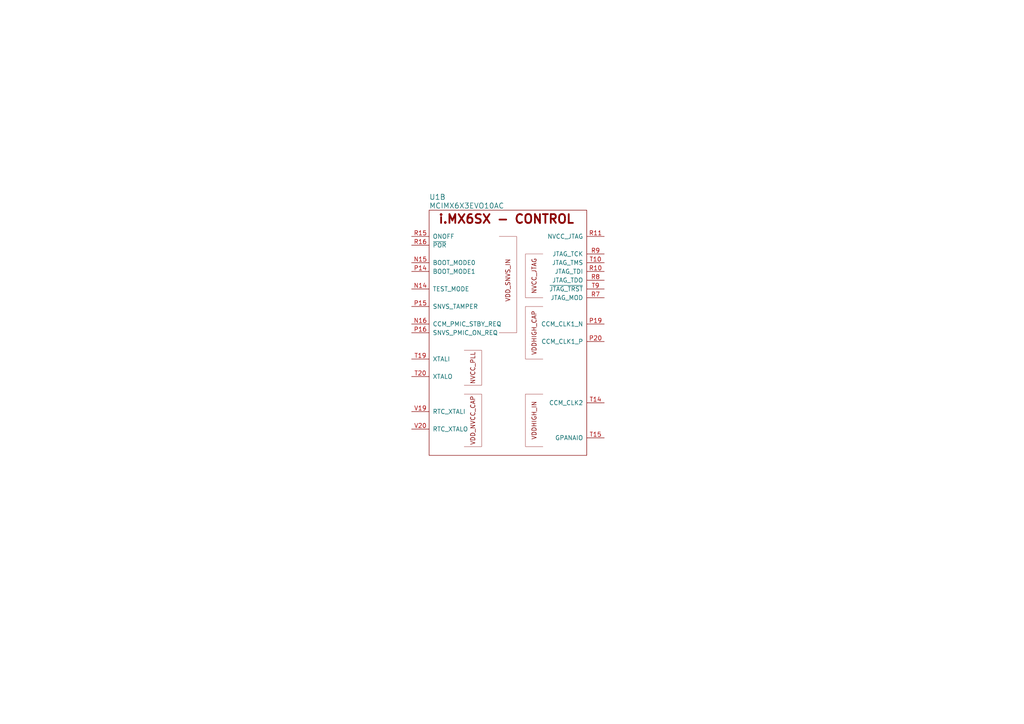
<source format=kicad_sch>
(kicad_sch (version 20210126) (generator eeschema)
  (paper "A4")
  (lib_symbols
    (symbol "symbol:iMX6SoloX_17x17_NP_BGA400" (pin_names (offset 1.016))
      (property "Reference" "U" (at 5.08 6.35 0))
      (property "Value" "iMX6SoloX_17x17_NP_BGA400" (at 5.08 3.81 0))
      (symbol "iMX6SoloX_17x17_NP_BGA400_1_0"
        (text "i.MX6SX - POWER" (at 7.62 0 0) (effects (font (size 2.54 2.54) bold) (justify left)))
        (text "LDO_1P1" (at 35.56 -78.74 0) (effects (font (size 1.27 1.27))))
        (text "LDO_2P5" (at 35.56 -71.12 0) (effects (font (size 1.27 1.27))))
        (text "LDO_ARM" (at 33.02 -10.16 0) (effects (font (size 1.27 1.27))))
        (text "LDO_PCIE" (at 35.56 -63.5 0) (effects (font (size 1.27 1.27))))
        (text "LDO_SNSV" (at 35.56 -86.36 0) (effects (font (size 1.27 1.27))))
        (text "LDO_SOC" (at 33.02 -35.56 0) (effects (font (size 1.27 1.27))))
        (rectangle (start 27.94 -33.02) (end 38.1 -38.1) (stroke (width 0.0006)))
        (rectangle (start 27.94 -7.62) (end 38.1 -12.7) (stroke (width 0.0006)))
        (rectangle (start 30.48 -83.82) (end 40.64 -88.9) (stroke (width 0.0006)))
        (rectangle (start 30.48 -76.2) (end 40.64 -81.28) (stroke (width 0.0006)))
        (rectangle (start 30.48 -68.58) (end 40.64 -73.66) (stroke (width 0.0006)))
        (rectangle (start 30.48 -60.96) (end 40.64 -66.04) (stroke (width 0.0006)))
        (polyline (pts (xy 20.32 -86.36) (xy 30.48 -86.36)) (stroke (width 0.0006)))
        (polyline (pts (xy 20.32 -71.12) (xy 30.48 -71.12)) (stroke (width 0.0006)))
        (polyline (pts (xy 20.32 -35.56) (xy 27.94 -35.56)) (stroke (width 0.0006)))
        (polyline (pts (xy 20.32 -10.16) (xy 27.94 -10.16)) (stroke (width 0.0006)))
        (polyline (pts (xy 22.86 -78.74) (xy 22.86 -71.12)) (stroke (width 0.0006)))
        (polyline (pts (xy 22.86 -78.74) (xy 30.48 -78.74)) (stroke (width 0.0006)))
        (polyline (pts (xy 22.86 -63.5) (xy 22.86 -35.56)) (stroke (width 0.0006)))
        (polyline (pts (xy 22.86 -63.5) (xy 30.48 -63.5)) (stroke (width 0.0006)))
        (polyline (pts (xy 38.1 -35.56) (xy 45.72 -35.56)) (stroke (width 0.0006)))
        (polyline (pts (xy 38.1 -10.16) (xy 45.72 -10.16)) (stroke (width 0.0006)))
        (polyline (pts (xy 40.64 -86.36) (xy 48.26 -86.36)) (stroke (width 0.0006)))
        (polyline (pts (xy 40.64 -78.74) (xy 48.26 -78.74)) (stroke (width 0.0006)))
        (polyline (pts (xy 40.64 -71.12) (xy 45.72 -71.12)) (stroke (width 0.0006)))
        (polyline (pts (xy 40.64 -63.5) (xy 48.26 -63.5)) (stroke (width 0.0006)))
        (polyline (pts (xy 17.78 -66.04) (xy 20.32 -66.04) (xy 20.32 -76.2) (xy 17.78 -76.2)) (stroke (width 0.0006)))
        (polyline (pts (xy 17.78 -27.94) (xy 20.32 -27.94) (xy 20.32 -48.26) (xy 17.78 -48.26)) (stroke (width 0.0006)))
        (polyline (pts (xy 17.78 -5.08) (xy 20.32 -5.08) (xy 20.32 -17.78) (xy 17.78 -17.78)) (stroke (width 0.0006)))
        (polyline (pts (xy 48.26 -68.58) (xy 45.72 -68.58) (xy 45.72 -73.66) (xy 48.26 -73.66)) (stroke (width 0.0006)))
        (polyline (pts (xy 48.26 -27.94) (xy 45.72 -27.94) (xy 45.72 -58.42) (xy 48.26 -58.42)) (stroke (width 0.0006)))
        (polyline (pts (xy 48.26 -2.54) (xy 45.72 -2.54) (xy 45.72 -22.86) (xy 48.26 -22.86)) (stroke (width 0.0006)))
        (polyline (pts (xy 25.4 -34.29) (xy 27.94 -35.56) (xy 25.4 -36.83) (xy 25.4 -34.29)) (stroke (width 0.0006)) (fill (type outline)))
        (polyline (pts (xy 25.4 -8.89) (xy 27.94 -10.16) (xy 25.4 -11.43) (xy 25.4 -8.89)) (stroke (width 0.0006)) (fill (type outline)))
        (polyline (pts (xy 27.94 -85.09) (xy 30.48 -86.36) (xy 27.94 -87.63) (xy 27.94 -85.09)) (stroke (width 0.0006)) (fill (type outline)))
        (polyline (pts (xy 27.94 -77.47) (xy 30.48 -78.74) (xy 27.94 -80.01) (xy 27.94 -77.47)) (stroke (width 0.0006)) (fill (type outline)))
        (polyline (pts (xy 27.94 -69.85) (xy 30.48 -71.12) (xy 27.94 -72.39) (xy 27.94 -69.85)) (stroke (width 0.0006)) (fill (type outline)))
        (polyline (pts (xy 27.94 -62.23) (xy 30.48 -63.5) (xy 27.94 -64.77) (xy 27.94 -62.23)) (stroke (width 0.0006)) (fill (type outline)))
        (polyline (pts (xy 45.72 -71.12) (xy 43.18 -69.85) (xy 43.18 -72.39) (xy 45.72 -71.12)) (stroke (width 0.0006)) (fill (type outline)))
        (polyline (pts (xy 45.72 -35.56) (xy 43.18 -34.29) (xy 43.18 -36.83) (xy 45.72 -35.56)) (stroke (width 0.0006)) (fill (type outline)))
        (polyline (pts (xy 45.72 -10.16) (xy 43.18 -8.89) (xy 43.18 -11.43) (xy 45.72 -10.16)) (stroke (width 0.0006)) (fill (type outline)))
        (polyline (pts (xy 48.26 -86.36) (xy 45.72 -85.09) (xy 45.72 -87.63) (xy 48.26 -86.36)) (stroke (width 0.0006)) (fill (type outline)))
        (polyline (pts (xy 48.26 -63.5) (xy 45.72 -62.23) (xy 45.72 -64.77) (xy 48.26 -63.5)) (stroke (width 0.0006)) (fill (type outline)))
        (polyline (pts (xy 50.8 -78.74) (xy 48.26 -77.47) (xy 48.26 -80.01) (xy 50.8 -78.74)) (stroke (width 0.0006)) (fill (type outline)))
      )
      (symbol "iMX6SoloX_17x17_NP_BGA400_1_1"
        (rectangle (start 5.08 2.54) (end 63.5 -182.88))
        (pin passive line (at 0 -93.98 0) (length 5.08) (name "GND") (number "A1"))
        (pin passive line (at 0 -96.52 0) (length 5.08) (name "GND") (number "A20"))
        (pin passive line (at 68.58 -2.54 180) (length 5.08) (name "VDD_ARM_CAP") (number "C16"))
        (pin passive line (at 0 -104.14 0) (length 5.08) (name "GND") (number "C18"))
        (pin passive line (at 0 -99.06 0) (length 5.08) (name "GND") (number "C3"))
        (pin passive line (at 0 -101.6 0) (length 5.08) (name "GND") (number "C4"))
        (pin passive line (at 0 -27.94 0) (length 5.08) (name "VDD_SOC_IN") (number "C7"))
        (pin passive line (at 0 -30.48 0) (length 5.08) (name "VDD_SOC_IN") (number "C8"))
        (pin passive line (at 0 -111.76 0) (length 5.08) (name "GND") (number "D12"))
        (pin passive line (at 0 -114.3 0) (length 5.08) (name "GND") (number "D15"))
        (pin passive line (at 68.58 -5.08 180) (length 5.08) (name "VDD_ARM_CAP") (number "D16"))
        (pin passive line (at 0 -106.68 0) (length 5.08) (name "GND") (number "D6"))
        (pin passive line (at 0 -109.22 0) (length 5.08) (name "GND") (number "D9"))
        (pin passive line (at 0 -116.84 0) (length 5.08) (name "GND") (number "E3"))
        (pin passive line (at 0 -124.46 0) (length 5.08) (name "GND") (number "F17"))
        (pin passive line (at 0 -119.38 0) (length 5.08) (name "GND") (number "F3"))
        (pin passive line (at 0 -121.92 0) (length 5.08) (name "GND") (number "F5"))
        (pin passive line (at 0 -134.62 0) (length 5.08) (name "GND") (number "G10"))
        (pin passive line (at 0 -137.16 0) (length 5.08) (name "GND") (number "G11"))
        (pin passive line (at 0 -139.7 0) (length 5.08) (name "GND") (number "G12"))
        (pin passive line (at 0 -142.24 0) (length 5.08) (name "GND") (number "G13"))
        (pin passive line (at 0 -144.78 0) (length 5.08) (name "GND") (number "G14"))
        (pin passive line (at 0 -127 0) (length 5.08) (name "GND") (number "G7"))
        (pin passive line (at 0 -129.54 0) (length 5.08) (name "GND") (number "G8"))
        (pin passive line (at 0 -132.08 0) (length 5.08) (name "GND") (number "G9"))
        (pin passive line (at 68.58 -7.62 180) (length 5.08) (name "VDD_ARM_CAP") (number "H10"))
        (pin passive line (at 68.58 -10.16 180) (length 5.08) (name "VDD_ARM_CAP") (number "H11"))
        (pin passive line (at 68.58 -12.7 180) (length 5.08) (name "VDD_ARM_CAP") (number "H12"))
        (pin passive line (at 68.58 -15.24 180) (length 5.08) (name "VDD_ARM_CAP") (number "H13"))
        (pin passive line (at 0 -152.4 0) (length 5.08) (name "GND") (number "H14"))
        (pin passive line (at 0 -5.08 0) (length 5.08) (name "VDD_ARM_IN") (number "H18"))
        (pin passive line (at 0 -147.32 0) (length 5.08) (name "GND") (number "H3"))
        (pin passive line (at 0 -149.86 0) (length 5.08) (name "GND") (number "H7"))
        (pin passive line (at 68.58 -27.94 180) (length 5.08) (name "VDD_SOC_CAP") (number "H8"))
        (pin passive line (at 68.58 -30.48 180) (length 5.08) (name "VDD_SOC_CAP") (number "H9"))
        (pin passive line (at 0 -7.62 0) (length 5.08) (name "VDD_ARM_IN") (number "J10"))
        (pin passive line (at 0 -10.16 0) (length 5.08) (name "VDD_ARM_IN") (number "J11"))
        (pin passive line (at 0 -12.7 0) (length 5.08) (name "VDD_ARM_IN") (number "J12"))
        (pin passive line (at 68.58 -17.78 180) (length 5.08) (name "VDD_ARM_CAP") (number "J13"))
        (pin passive line (at 0 -157.48 0) (length 5.08) (name "GND") (number "J14"))
        (pin passive line (at 0 -160.02 0) (length 5.08) (name "GND") (number "J17"))
        (pin passive line (at 0 -154.94 0) (length 5.08) (name "GND") (number "J7"))
        (pin passive line (at 68.58 -33.02 180) (length 5.08) (name "VDD_SOC_CAP") (number "J8"))
        (pin passive line (at 0 -33.02 0) (length 5.08) (name "VDD_SOC_IN") (number "J9"))
        (pin passive line (at 0 -165.1 0) (length 5.08) (name "GND") (number "K10"))
        (pin passive line (at 0 -167.64 0) (length 5.08) (name "GND") (number "K11"))
        (pin passive line (at 0 -15.24 0) (length 5.08) (name "VDD_ARM_IN") (number "K12"))
        (pin passive line (at 68.58 -20.32 180) (length 5.08) (name "VDD_ARM_CAP") (number "K13"))
        (pin passive line (at 0 -170.18 0) (length 5.08) (name "GND") (number "K14"))
        (pin passive line (at 0 -162.56 0) (length 5.08) (name "GND") (number "K3"))
        (pin passive line (at 68.58 -35.56 180) (length 5.08) (name "VDD_SOC_CAP") (number "K8"))
        (pin passive line (at 0 -35.56 0) (length 5.08) (name "VDD_SOC_IN") (number "K9"))
        (pin passive line (at 0 -177.8 0) (length 5.08) (name "GND") (number "L10"))
        (pin passive line (at 68.58 -93.98 180) (length 5.08) (name "GND") (number "L11"))
        (pin passive line (at 0 -17.78 0) (length 5.08) (name "VDD_ARM_IN") (number "L12"))
        (pin passive line (at 68.58 -22.86 180) (length 5.08) (name "VDD_ARM_CAP") (number "L13"))
        (pin passive line (at 68.58 -96.52 180) (length 5.08) (name "GND") (number "L14"))
        (pin passive line (at 68.58 -63.5 180) (length 5.08) (name "PCIE_VP_CAP") (number "L18"))
        (pin passive line (at 0 -172.72 0) (length 5.08) (name "GND") (number "L3"))
        (pin passive line (at 0 -175.26 0) (length 5.08) (name "GND") (number "L7"))
        (pin passive line (at 68.58 -38.1 180) (length 5.08) (name "VDD_SOC_CAP") (number "L8"))
        (pin passive line (at 0 -38.1 0) (length 5.08) (name "VDD_SOC_IN") (number "L9"))
        (pin passive line (at 0 -43.18 0) (length 5.08) (name "VDD_SOC_IN") (number "M10"))
        (pin passive line (at 0 -45.72 0) (length 5.08) (name "VDD_SOC_IN") (number "M11"))
        (pin passive line (at 0 -48.26 0) (length 5.08) (name "VDD_SOC_IN") (number "M12"))
        (pin passive line (at 68.58 -43.18 180) (length 5.08) (name "VDD_SOC_CAP") (number "M13"))
        (pin passive line (at 68.58 -101.6 180) (length 5.08) (name "GND") (number "M14"))
        (pin passive line (at 68.58 -104.14 180) (length 5.08) (name "GND") (number "M17"))
        (pin passive line (at 68.58 -99.06 180) (length 5.08) (name "GND") (number "M7"))
        (pin passive line (at 68.58 -40.64 180) (length 5.08) (name "VDD_SOC_CAP") (number "M8"))
        (pin passive line (at 0 -40.64 0) (length 5.08) (name "VDD_SOC_IN") (number "M9"))
        (pin passive line (at 68.58 -50.8 180) (length 5.08) (name "VDD_SOC_CAP") (number "N10"))
        (pin passive line (at 68.58 -53.34 180) (length 5.08) (name "VDD_SOC_CAP") (number "N11"))
        (pin passive line (at 68.58 -55.88 180) (length 5.08) (name "VDD_SOC_CAP") (number "N12"))
        (pin passive line (at 68.58 -111.76 180) (length 5.08) (name "GND") (number "N13"))
        (pin passive line (at 68.58 -68.58 180) (length 5.08) (name "VDD_HIGH_CAP") (number "N17"))
        (pin passive line (at 68.58 -73.66 180) (length 5.08) (name "VDD_HIGH_CAP") (number "N18"))
        (pin passive line (at 68.58 -106.68 180) (length 5.08) (name "GND") (number "N3"))
        (pin passive line (at 68.58 -109.22 180) (length 5.08) (name "GND") (number "N7"))
        (pin passive line (at 68.58 -45.72 180) (length 5.08) (name "VDD_SOC_CAP") (number "N8"))
        (pin passive line (at 68.58 -48.26 180) (length 5.08) (name "VDD_SOC_CAP") (number "N9"))
        (pin passive line (at 68.58 -121.92 180) (length 5.08) (name "GND") (number "P10"))
        (pin passive line (at 68.58 -124.46 180) (length 5.08) (name "GND") (number "P11"))
        (pin passive line (at 68.58 -127 180) (length 5.08) (name "GND") (number "P12"))
        (pin passive line (at 68.58 -177.8 180) (length 5.08) (name "NGND_KEL0") (number "P13"))
        (pin passive line (at 0 -68.58 0) (length 5.08) (name "VDD_HIGH_IN") (number "P17"))
        (pin passive line (at 0 -73.66 0) (length 5.08) (name "VDD_HIGH_IN") (number "P18"))
        (pin passive line (at 68.58 -114.3 180) (length 5.08) (name "GND") (number "P7"))
        (pin passive line (at 68.58 -116.84 180) (length 5.08) (name "GND") (number "P8"))
        (pin passive line (at 68.58 -119.38 180) (length 5.08) (name "GND") (number "P9"))
        (pin passive line (at 68.58 -134.62 180) (length 5.08) (name "GND") (number "R17"))
        (pin passive line (at 0 -86.36 0) (length 5.08) (name "VDD_SNVS_IN") (number "R18"))
        (pin passive line (at 68.58 -137.16 180) (length 5.08) (name "GND") (number "R19"))
        (pin passive line (at 68.58 -139.7 180) (length 5.08) (name "GND") (number "R20"))
        (pin passive line (at 68.58 -129.54 180) (length 5.08) (name "GND") (number "R3"))
        (pin passive line (at 68.58 -132.08 180) (length 5.08) (name "GND") (number "R5"))
        (pin passive line (at 68.58 -86.36 180) (length 5.08) (name "VDD_SNVS_CAP") (number "T18"))
        (pin passive line (at 68.58 -142.24 180) (length 5.08) (name "GND") (number "T3"))
        (pin passive line (at 68.58 -149.86 180) (length 5.08) (name "GND") (number "U12"))
        (pin passive line (at 68.58 -152.4 180) (length 5.08) (name "GND") (number "U15"))
        (pin passive line (at 68.58 -78.74 180) (length 5.08) (name "NVCC_PLL") (number "U18"))
        (pin passive line (at 68.58 -154.94 180) (length 5.08) (name "GND") (number "U19"))
        (pin passive line (at 68.58 -157.48 180) (length 5.08) (name "GND") (number "U20"))
        (pin passive line (at 68.58 -144.78 180) (length 5.08) (name "GND") (number "U6"))
        (pin passive line (at 68.58 -147.32 180) (length 5.08) (name "GND") (number "U9"))
        (pin passive line (at 68.58 -165.1 180) (length 5.08) (name "GND") (number "V18"))
        (pin passive line (at 68.58 -160.02 180) (length 5.08) (name "GND") (number "V3"))
        (pin passive line (at 68.58 -162.56 180) (length 5.08) (name "GND") (number "V4"))
        (pin passive line (at 68.58 -58.42 180) (length 5.08) (name "VDD_SOC_CAP") (number "V8"))
        (pin passive line (at 68.58 -167.64 180) (length 5.08) (name "GND") (number "W18"))
        (pin passive line (at 68.58 -170.18 180) (length 5.08) (name "GND") (number "Y1"))
        (pin passive line (at 68.58 -172.72 180) (length 5.08) (name "GND") (number "Y18"))
        (pin passive line (at 68.58 -175.26 180) (length 5.08) (name "GND") (number "Y20"))
      )
      (symbol "iMX6SoloX_17x17_NP_BGA400_2_0"
        (text "i.MX6SX - CONTROL" (at 7.62 0 0) (effects (font (size 2.54 2.54) bold) (justify left)))
        (polyline (pts (xy 15.24 -50.8) (xy 20.32 -50.8) (xy 20.32 -66.04) (xy 15.24 -66.04)) (stroke (width 0.0006)))
        (polyline (pts (xy 15.24 -38.1) (xy 20.32 -38.1) (xy 20.32 -48.26) (xy 15.24 -48.26)) (stroke (width 0.0006)))
        (polyline (pts (xy 25.4 -5.08) (xy 30.48 -5.08) (xy 30.48 -33.02) (xy 25.4 -33.02)) (stroke (width 0.0006)))
        (polyline (pts (xy 38.1 -50.8) (xy 33.02 -50.8) (xy 33.02 -66.04) (xy 38.1 -66.04)) (stroke (width 0.0006)))
        (polyline (pts (xy 38.1 -25.4) (xy 33.02 -25.4) (xy 33.02 -40.64) (xy 38.1 -40.64)) (stroke (width 0.0006)))
        (polyline (pts (xy 38.1 -10.16) (xy 33.02 -10.16) (xy 33.02 -22.86) (xy 38.1 -22.86)) (stroke (width 0.0006)))
      )
      (symbol "iMX6SoloX_17x17_NP_BGA400_2_1"
        (text "NVCC_JTAG" (at 35.56 -16.51 900) (effects (font (size 1.27 1.27))))
        (text "NVCC_PLL" (at 17.78 -43.18 900) (effects (font (size 1.27 1.27))))
        (text "VDD_NVCC_CAP" (at 17.78 -58.42 900) (effects (font (size 1.27 1.27))))
        (text "VDD_SNVS_IN" (at 27.94 -17.78 900) (effects (font (size 1.27 1.27))))
        (text "VDDHIGH_CAP" (at 35.56 -33.02 900) (effects (font (size 1.27 1.27))))
        (text "VDDHIGH_IN" (at 35.56 -58.42 900) (effects (font (size 1.27 1.27))))
        (rectangle (start 5.08 2.54) (end 50.8 -68.58))
        (pin passive line (at 0 -20.32 0) (length 5.08) (name "TEST_MODE") (number "N14"))
        (pin passive line (at 0 -12.7 0) (length 5.08) (name "BOOT_MODE0") (number "N15"))
        (pin passive line (at 0 -30.48 0) (length 5.08) (name "CCM_PMIC_STBY_REQ") (number "N16"))
        (pin passive line (at 0 -15.24 0) (length 5.08) (name "BOOT_MODE1") (number "P14"))
        (pin passive line (at 0 -25.4 0) (length 5.08) (name "SNVS_TAMPER") (number "P15"))
        (pin passive line (at 0 -33.02 0) (length 5.08) (name "SNVS_PMIC_ON_REQ") (number "P16"))
        (pin passive line (at 55.88 -30.48 180) (length 5.08) (name "CCM_CLK1_N") (number "P19"))
        (pin passive line (at 55.88 -35.56 180) (length 5.08) (name "CCM_CLK1_P") (number "P20"))
        (pin passive line (at 55.88 -15.24 180) (length 5.08) (name "JTAG_TDI") (number "R10"))
        (pin passive line (at 55.88 -5.08 180) (length 5.08) (name "NVCC_JTAG") (number "R11"))
        (pin passive line (at 0 -5.08 0) (length 5.08) (name "ONOFF") (number "R15"))
        (pin passive line (at 0 -7.62 0) (length 5.08) (name "~POR") (number "R16"))
        (pin passive line (at 55.88 -22.86 180) (length 5.08) (name "JTAG_MOD") (number "R7"))
        (pin passive line (at 55.88 -17.78 180) (length 5.08) (name "JTAG_TDO") (number "R8"))
        (pin passive line (at 55.88 -10.16 180) (length 5.08) (name "JTAG_TCK") (number "R9"))
        (pin passive line (at 55.88 -12.7 180) (length 5.08) (name "JTAG_TMS") (number "T10"))
        (pin passive line (at 55.88 -53.34 180) (length 5.08) (name "CCM_CLK2") (number "T14"))
        (pin passive line (at 55.88 -63.5 180) (length 5.08) (name "GPANAIO") (number "T15"))
        (pin passive line (at 0 -40.64 0) (length 5.08) (name "XTALI") (number "T19"))
        (pin passive line (at 0 -45.72 0) (length 5.08) (name "XTALO") (number "T20"))
        (pin passive line (at 55.88 -20.32 180) (length 5.08) (name "~JTAG_TRST") (number "T9"))
        (pin passive line (at 0 -55.88 0) (length 5.08) (name "RTC_XTALI") (number "V19"))
        (pin passive line (at 0 -60.96 0) (length 5.08) (name "RTC_XTALO") (number "V20"))
      )
      (symbol "iMX6SoloX_17x17_NP_BGA400_3_0"
        (text "i.MX6SX - DDR" (at 7.62 0 0) (effects (font (size 2.54 2.54) bold) (justify left)))
      )
      (symbol "iMX6SoloX_17x17_NP_BGA400_3_1"
        (rectangle (start 5.08 2.54) (end 40.64 -149.86))
        (pin passive line (at 0 -96.52 0) (length 5.08) (name "DRAM_DATA24") (number "A2"))
        (pin passive line (at 0 -121.92 0) (length 5.08) (name "DRAM_DQM3") (number "A3"))
        (pin passive line (at 0 -114.3 0) (length 5.08) (name "DRAM_DATA31") (number "A4"))
        (pin passive line (at 0 -116.84 0) (length 5.08) (name "DRAM_SDQS3_P") (number "B1"))
        (pin passive line (at 0 -119.38 0) (length 5.08) (name "DRAM_SDQS3_N") (number "B2"))
        (pin passive line (at 0 -109.22 0) (length 5.08) (name "DRAM_DATA29") (number "B3"))
        (pin passive line (at 0 -111.76 0) (length 5.08) (name "DRAM_DATA30") (number "B4"))
        (pin passive line (at 0 -101.6 0) (length 5.08) (name "DRAM_DATA26") (number "C1"))
        (pin passive line (at 0 -106.68 0) (length 5.08) (name "DRAM_DATA28") (number "C2"))
        (pin passive line (at 45.72 -144.78 180) (length 5.08) (name "DRAM_ZQPAD") (number "C5"))
        (pin passive line (at 0 -99.06 0) (length 5.08) (name "DRAM_DATA25") (number "D1"))
        (pin passive line (at 0 -104.14 0) (length 5.08) (name "DRAM_DATA27") (number "D2"))
        (pin passive line (at 45.72 -66.04 180) (length 5.08) (name "~DRAM_CS1") (number "D3"))
        (pin passive line (at 45.72 -106.68 180) (length 5.08) (name "DRAM_RESET") (number "D4"))
        (pin passive line (at 0 -53.34 0) (length 5.08) (name "DRAM_DATA15") (number "E1"))
        (pin passive line (at 0 -50.8 0) (length 5.08) (name "DRAM_DATA14") (number "E2"))
        (pin passive line (at 45.72 -88.9 180) (length 5.08) (name "DRAM_SDCKE1") (number "E4"))
        (pin passive line (at 0 -48.26 0) (length 5.08) (name "DRAM_DATA13") (number "F1"))
        (pin passive line (at 0 -38.1 0) (length 5.08) (name "DRAM_DATA09") (number "F2"))
        (pin passive line (at 45.72 -22.86 180) (length 5.08) (name "DRAM_ADDR07") (number "F4"))
        (pin passive line (at 0 -55.88 0) (length 5.08) (name "DRAM_SDQS1_P") (number "G1"))
        (pin passive line (at 0 -60.96 0) (length 5.08) (name "DRAM_DQM1") (number "G2"))
        (pin passive line (at 45.72 -48.26 180) (length 5.08) (name "DRAM_SDBA0") (number "G3"))
        (pin passive line (at 45.72 -17.78 180) (length 5.08) (name "DRAM_ADDR05") (number "G4"))
        (pin passive line (at 45.72 -12.7 180) (length 5.08) (name "DRAM_ADDR03") (number "G5"))
        (pin passive line (at 0 -127 0) (length 5.08) (name "NVCC_DRAM") (number "G6"))
        (pin passive line (at 0 -35.56 0) (length 5.08) (name "DRAM_DATA08") (number "H1"))
        (pin passive line (at 0 -58.42 0) (length 5.08) (name "DRAM_SDQS1_N") (number "H2"))
        (pin passive line (at 45.72 -63.5 180) (length 5.08) (name "~DRAM_CS0") (number "H4"))
        (pin passive line (at 45.72 -73.66 180) (length 5.08) (name "~DRAM_RAS") (number "H5"))
        (pin passive line (at 0 -129.54 0) (length 5.08) (name "NVCC_DRAM") (number "H6"))
        (pin passive line (at 0 -45.72 0) (length 5.08) (name "DRAM_DATA12") (number "J1"))
        (pin passive line (at 0 -43.18 0) (length 5.08) (name "DRAM_DATA11") (number "J2"))
        (pin passive line (at 45.72 -137.16 180) (length 5.08) (name "DRAM_VREF") (number "J3"))
        (pin passive line (at 45.72 -76.2 180) (length 5.08) (name "~DRAM_CAS") (number "J4"))
        (pin passive line (at 45.72 -78.74 180) (length 5.08) (name "~DRAM_SDWE") (number "J5"))
        (pin passive line (at 0 -132.08 0) (length 5.08) (name "NVCC_DRAM") (number "J6"))
        (pin passive line (at 45.72 -116.84 180) (length 5.08) (name "DRAM_SDCLK0_P") (number "K1"))
        (pin passive line (at 0 -40.64 0) (length 5.08) (name "DRAM_DATA10") (number "K2"))
        (pin passive line (at 45.72 -53.34 180) (length 5.08) (name "DRAM_SDBA2") (number "K4"))
        (pin passive line (at 45.72 -10.16 180) (length 5.08) (name "DRAM_ADDR02") (number "K5"))
        (pin passive line (at 0 -134.62 0) (length 5.08) (name "NVCC_DRAM") (number "K6"))
        (pin passive line (at 45.72 -127 180) (length 5.08) (name "NVCC_DRAM_2P5") (number "K7"))
        (pin passive line (at 45.72 -119.38 180) (length 5.08) (name "DRAM_SDCLK0_N") (number "L1"))
        (pin passive line (at 0 -20.32 0) (length 5.08) (name "DRAM_DATA06") (number "L2"))
        (pin passive line (at 45.72 -5.08 180) (length 5.08) (name "DRAM_ADDR00") (number "L4"))
        (pin passive line (at 45.72 -27.94 180) (length 5.08) (name "DRAM_ADDR09") (number "L5"))
        (pin passive line (at 0 -137.16 0) (length 5.08) (name "NVCC_DRAM") (number "L6"))
        (pin passive line (at 0 -15.24 0) (length 5.08) (name "DRAM_DATA04") (number "M1"))
        (pin passive line (at 0 -17.78 0) (length 5.08) (name "DRAM_DATA05") (number "M2"))
        (pin passive line (at 45.72 -15.24 180) (length 5.08) (name "DRAM_ADDR04") (number "M3"))
        (pin passive line (at 45.72 -38.1 180) (length 5.08) (name "DRAM_ADDR13") (number "M4"))
        (pin passive line (at 45.72 -25.4 180) (length 5.08) (name "DRAM_ADDR08") (number "M5"))
        (pin passive line (at 0 -139.7 0) (length 5.08) (name "NVCC_DRAM") (number "M6"))
        (pin passive line (at 0 -22.86 0) (length 5.08) (name "DRAM_DATA07") (number "N1"))
        (pin passive line (at 0 -30.48 0) (length 5.08) (name "DRAM_DQM0") (number "N2"))
        (pin passive line (at 45.72 -33.02 180) (length 5.08) (name "DRAM_ADDR11") (number "N4"))
        (pin passive line (at 45.72 -30.48 180) (length 5.08) (name "DRAM_ADDR10") (number "N5"))
        (pin passive line (at 0 -142.24 0) (length 5.08) (name "NVCC_DRAM") (number "N6"))
        (pin passive line (at 0 -25.4 0) (length 5.08) (name "DRAM_SDQS0_P") (number "P1"))
        (pin passive line (at 0 -27.94 0) (length 5.08) (name "DRAM_SDQS0_N") (number "P2"))
        (pin passive line (at 45.72 -50.8 180) (length 5.08) (name "DRAM_SDBA1") (number "P3"))
        (pin passive line (at 45.72 -35.56 180) (length 5.08) (name "DRAM_ADDR12") (number "P4"))
        (pin passive line (at 45.72 -86.36 180) (length 5.08) (name "DRAM_SDCKE0") (number "P5"))
        (pin passive line (at 0 -144.78 0) (length 5.08) (name "NVCC_DRAM") (number "P6"))
        (pin passive line (at 0 -5.08 0) (length 5.08) (name "DRAM_DATA00") (number "R1"))
        (pin passive line (at 0 -12.7 0) (length 5.08) (name "DRAM_DATA03") (number "R2"))
        (pin passive line (at 45.72 -40.64 180) (length 5.08) (name "DRAM_ADDR14") (number "R4"))
        (pin passive line (at 0 -10.16 0) (length 5.08) (name "DRAM_DATA02") (number "T1"))
        (pin passive line (at 0 -7.62 0) (length 5.08) (name "DRAM_DATA01") (number "T2"))
        (pin passive line (at 45.72 -20.32 180) (length 5.08) (name "DRAM_ADDR06") (number "T4"))
        (pin passive line (at 0 -81.28 0) (length 5.08) (name "DRAM_DATA22") (number "U1"))
        (pin passive line (at 0 -73.66 0) (length 5.08) (name "DRAM_DATA19") (number "U2"))
        (pin passive line (at 45.72 -93.98 180) (length 5.08) (name "DRAM_ODT0") (number "U3"))
        (pin passive line (at 45.72 -7.62 180) (length 5.08) (name "DRAM_ADDR01") (number "U4"))
        (pin passive line (at 0 -66.04 0) (length 5.08) (name "DRAM_DATA16") (number "V1"))
        (pin passive line (at 0 -83.82 0) (length 5.08) (name "DRAM_DATA23") (number "V2"))
        (pin passive line (at 0 -88.9 0) (length 5.08) (name "DRAM_SDQS2_N") (number "W1"))
        (pin passive line (at 0 -86.36 0) (length 5.08) (name "DRAM_SDQS2_P") (number "W2"))
        (pin passive line (at 0 -76.2 0) (length 5.08) (name "DRAM_DATA20") (number "W3"))
        (pin passive line (at 0 -68.58 0) (length 5.08) (name "DRAM_DATA17") (number "W4"))
        (pin passive line (at 0 -78.74 0) (length 5.08) (name "DRAM_DATA21") (number "Y2"))
        (pin passive line (at 0 -91.44 0) (length 5.08) (name "DRAM_DQM2") (number "Y3"))
        (pin passive line (at 0 -71.12 0) (length 5.08) (name "DRAM_DATA18") (number "Y4"))
      )
      (symbol "iMX6SoloX_17x17_NP_BGA400_4_0"
        (text "i.MX6SX - LCD1" (at 7.62 0 0) (effects (font (size 2.54 2.54) bold) (justify left)))
        (polyline (pts (xy 25.4 -5.08) (xy 20.32 -5.08) (xy 20.32 -81.28) (xy 25.4 -81.28)) (stroke (width 0.0006)))
      )
      (symbol "iMX6SoloX_17x17_NP_BGA400_4_1"
        (text "NVCC_LCD1" (at 22.86 -40.64 900) (effects (font (size 1.27 1.27))))
        (rectangle (start 5.08 2.54) (end 40.64 -86.36))
        (pin passive line (at 45.72 -81.28 180) (length 5.08) (name "LCD1_DATA23") (number "G16"))
        (pin passive line (at 45.72 -76.2 180) (length 5.08) (name "LCD1_DATA21") (number "G17"))
        (pin passive line (at 0 -5.08 0) (length 5.08) (name "NVCC_LCD1") (number "H15"))
        (pin passive line (at 45.72 -60.96 180) (length 5.08) (name "LCD1_DATA15") (number "H16"))
        (pin passive line (at 45.72 -73.66 180) (length 5.08) (name "LCD1_DATA20") (number "H17"))
        (pin passive line (at 45.72 -78.74 180) (length 5.08) (name "LCD1_DATA22") (number "H19"))
        (pin passive line (at 45.72 -63.5 180) (length 5.08) (name "LCD1_DATA16") (number "H20"))
        (pin passive line (at 45.72 -15.24 180) (length 5.08) (name "LCD1_VSYNC") (number "J15"))
        (pin passive line (at 45.72 -12.7 180) (length 5.08) (name "LCD1_HSYNC") (number "J16"))
        (pin passive line (at 45.72 -17.78 180) (length 5.08) (name "LCD1_RESET") (number "J18"))
        (pin passive line (at 45.72 -10.16 180) (length 5.08) (name "LCD1_ENABLE") (number "J19"))
        (pin passive line (at 45.72 -71.12 180) (length 5.08) (name "LCD1_DATA19") (number "J20"))
        (pin passive line (at 45.72 -55.88 180) (length 5.08) (name "LCD1_DATA13") (number "K15"))
        (pin passive line (at 45.72 -53.34 180) (length 5.08) (name "LCD1_DATA12") (number "K16"))
        (pin passive line (at 45.72 -58.42 180) (length 5.08) (name "LCD1_DATA14") (number "K17"))
        (pin passive line (at 45.72 -43.18 180) (length 5.08) (name "LCD1_DATA08") (number "K18"))
        (pin passive line (at 45.72 -66.04 180) (length 5.08) (name "LCD1_DATA17") (number "K19"))
        (pin passive line (at 45.72 -68.58 180) (length 5.08) (name "LCD1_DATA18") (number "K20"))
        (pin passive line (at 45.72 -50.8 180) (length 5.08) (name "LCD1_DATA11") (number "L15"))
        (pin passive line (at 45.72 -45.72 180) (length 5.08) (name "LCD1_DATA09") (number "L16"))
        (pin passive line (at 45.72 -5.08 180) (length 5.08) (name "LCD1_CLK") (number "L17"))
        (pin passive line (at 45.72 -48.26 180) (length 5.08) (name "LCD1_DATA10") (number "L19"))
        (pin passive line (at 45.72 -40.64 180) (length 5.08) (name "LCD1_DATA07") (number "L20"))
        (pin passive line (at 45.72 -38.1 180) (length 5.08) (name "LCD1_DATA06") (number "M15"))
        (pin passive line (at 45.72 -35.56 180) (length 5.08) (name "LCD1_DATA05") (number "M16"))
        (pin passive line (at 45.72 -25.4 180) (length 5.08) (name "LCD1_DATA01") (number "M18"))
        (pin passive line (at 45.72 -27.94 180) (length 5.08) (name "LCD1_DATA02") (number "M19"))
        (pin passive line (at 45.72 -22.86 180) (length 5.08) (name "LCD1_DATA00") (number "M20"))
        (pin passive line (at 45.72 -30.48 180) (length 5.08) (name "LCD1_DATA03") (number "N19"))
        (pin passive line (at 45.72 -33.02 180) (length 5.08) (name "LCD1_DATA04") (number "N20"))
      )
      (symbol "iMX6SoloX_17x17_NP_BGA400_5_0"
        (text "i.MX6SX - USB" (at 7.62 0 0) (effects (font (size 2.54 2.54) bold) (justify left)))
        (text "LDO_USB" (at 12.7 -15.24 0) (effects (font (size 1.27 1.27))))
        (rectangle (start 7.62 -12.7) (end 17.78 -17.78) (stroke (width 0.0006)))
        (polyline (pts (xy 7.62 -33.02) (xy 38.1 -33.02)) (stroke (width 0.0006)))
        (polyline (pts (xy 12.7 -22.86) (xy 12.7 -17.78)) (stroke (width 0.0006)))
        (polyline (pts (xy 12.7 -7.62) (xy 12.7 -12.7)) (stroke (width 0.0006)))
        (polyline (pts (xy 25.4 -15.24) (xy 17.78 -15.24)) (stroke (width 0.0006)))
        (polyline (pts (xy 11.43 -20.32) (xy 12.7 -17.78) (xy 13.97 -20.32) (xy 11.43 -20.32)) (stroke (width 0.0006)) (fill (type outline)))
        (polyline (pts (xy 11.43 -10.16) (xy 12.7 -12.7) (xy 13.97 -10.16) (xy 11.43 -10.16)) (stroke (width 0.0006)) (fill (type outline)))
        (polyline (pts (xy 22.86 -13.97) (xy 25.4 -15.24) (xy 22.86 -16.51) (xy 22.86 -13.97)) (stroke (width 0.0006)) (fill (type outline)))
      )
      (symbol "iMX6SoloX_17x17_NP_BGA400_5_1"
        (rectangle (start 5.08 2.54) (end 40.64 -43.18))
        (pin passive line (at 0 -5.08 0) (length 5.08) (name "USB_OTG1_VBUS") (number "T17"))
        (pin passive line (at 0 -25.4 0) (length 5.08) (name "USB_OTG2_VBUS") (number "U17"))
        (pin passive line (at 45.72 -15.24 180) (length 5.08) (name "VDD_USB_CAP") (number "V17"))
        (pin passive line (at 0 -35.56 0) (length 5.08) (name "NVCC_USB_H") (number "V5"))
        (pin passive line (at 45.72 -25.4 180) (length 5.08) (name "USB_OTG2_DN") (number "W17"))
        (pin passive line (at 45.72 -5.08 180) (length 5.08) (name "USB_OTG1_DN") (number "W19"))
        (pin passive line (at 45.72 -10.16 180) (length 5.08) (name "~USB_OTG1_CHD") (number "W20"))
        (pin passive line (at 45.72 -38.1 180) (length 5.08) (name "USB_H_STROBE") (number "W5"))
        (pin passive line (at 45.72 -27.94 180) (length 5.08) (name "USB_OTG2_DP") (number "Y17"))
        (pin passive line (at 45.72 -7.62 180) (length 5.08) (name "USB_OTG1_DP") (number "Y19"))
        (pin passive line (at 45.72 -35.56 180) (length 5.08) (name "USB_H_DATA") (number "Y5"))
      )
      (symbol "iMX6SoloX_17x17_NP_BGA400_6_0"
        (text "i.MX6SX - ADC" (at 7.62 0 0) (effects (font (size 2.54 2.54) bold) (justify left)))
        (polyline (pts (xy 27.94 -5.08) (xy 22.86 -5.08) (xy 22.86 -25.4) (xy 27.94 -25.4)) (stroke (width 0.0006)))
      )
      (symbol "iMX6SoloX_17x17_NP_BGA400_6_1"
        (text "VDDA_ADC_3P3" (at 25.4 -15.24 900) (effects (font (size 1.27 1.27))))
        (rectangle (start 5.08 2.54) (end 40.64 -30.48))
        (pin passive line (at 0 -5.08 0) (length 5.08) (name "VDDA_ADC_3P3") (number "R13"))
        (pin passive line (at 0 -25.4 0) (length 5.08) (name "ADC_VREFL") (number "R14"))
        (pin passive line (at 45.72 -22.86 180) (length 5.08) (name "ADC2_IN2") (number "T16"))
        (pin passive line (at 45.72 -25.4 180) (length 5.08) (name "ADC2_IN3") (number "U16"))
        (pin passive line (at 0 -12.7 0) (length 5.08) (name "ADC_VREFH") (number "V16"))
        (pin passive line (at 45.72 -7.62 180) (length 5.08) (name "ADC1_IN1") (number "W14"))
        (pin passive line (at 45.72 -12.7 180) (length 5.08) (name "ADC1_IN3") (number "W15"))
        (pin passive line (at 45.72 -20.32 180) (length 5.08) (name "ADC2_IN1") (number "W16"))
        (pin passive line (at 45.72 -5.08 180) (length 5.08) (name "ADC1_IN0") (number "Y14"))
        (pin passive line (at 45.72 -10.16 180) (length 5.08) (name "ADC1_IN2") (number "Y15"))
        (pin passive line (at 45.72 -17.78 180) (length 5.08) (name "ADC2_IN0") (number "Y16"))
      )
      (symbol "iMX6SoloX_17x17_NP_BGA400_7_0"
        (text "i.MX6SX - RGMII" (at 7.62 0 0) (effects (font (size 2.54 2.54) bold) (justify left)))
        (polyline (pts (xy 27.94 -50.8) (xy 22.86 -50.8) (xy 22.86 -86.36) (xy 27.94 -86.36)) (stroke (width 0.0006)))
        (polyline (pts (xy 27.94 -5.08) (xy 22.86 -5.08) (xy 22.86 -40.64) (xy 27.94 -40.64)) (stroke (width 0.0006)))
      )
      (symbol "iMX6SoloX_17x17_NP_BGA400_7_1"
        (text "NVCC_RGMII1" (at 25.4 -20.32 900) (effects (font (size 1.27 1.27))))
        (text "NVCC_RGMII2" (at 25.4 -68.58 900) (effects (font (size 1.27 1.27))))
        (rectangle (start 5.08 2.54) (end 43.18 -91.44))
        (polyline (pts (xy 7.62 -45.72) (xy 40.64 -45.72)) (stroke (width 0.0006)))
        (pin passive line (at 48.26 -63.5 180) (length 5.08) (name "RGMII2_TXC") (number "A10"))
        (pin passive line (at 48.26 -50.8 180) (length 5.08) (name "RGMII2_TD0") (number "A11"))
        (pin passive line (at 48.26 -55.88 180) (length 5.08) (name "RGMII2_TD2") (number "A12"))
        (pin passive line (at 48.26 -76.2 180) (length 5.08) (name "RGMII2_RD2") (number "A7"))
        (pin passive line (at 48.26 -71.12 180) (length 5.08) (name "RGMII2_RD0") (number "A8"))
        (pin passive line (at 48.26 -83.82 180) (length 5.08) (name "RGMII2_RXC") (number "A9"))
        (pin passive line (at 48.26 -66.04 180) (length 5.08) (name "RGMII2_TX_CTL") (number "B10"))
        (pin passive line (at 48.26 -53.34 180) (length 5.08) (name "RGMII2_TD1") (number "B11"))
        (pin passive line (at 48.26 -58.42 180) (length 5.08) (name "RGMII2_TD3") (number "B12"))
        (pin passive line (at 48.26 -78.74 180) (length 5.08) (name "RGMII2_RD3") (number "B7"))
        (pin passive line (at 48.26 -73.66 180) (length 5.08) (name "RGMII2_RD1") (number "B8"))
        (pin passive line (at 48.26 -86.36 180) (length 5.08) (name "RGMII2_RX_CTL") (number "B9"))
        (pin passive line (at 48.26 -40.64 180) (length 5.08) (name "RGMII1_RX_CTL") (number "C10"))
        (pin passive line (at 48.26 -17.78 180) (length 5.08) (name "RGMII1_TXC") (number "C11"))
        (pin passive line (at 48.26 -7.62 180) (length 5.08) (name "RGMII1_TD1") (number "C12"))
        (pin passive line (at 48.26 -27.94 180) (length 5.08) (name "RGMII1_RD1") (number "C9"))
        (pin passive line (at 48.26 -12.7 180) (length 5.08) (name "RGMII1_TD3") (number "D10"))
        (pin passive line (at 48.26 -5.08 180) (length 5.08) (name "RGMII1_TD0") (number "D11"))
        (pin passive line (at 48.26 -30.48 180) (length 5.08) (name "RGMII1_RD2") (number "D7"))
        (pin passive line (at 48.26 -25.4 180) (length 5.08) (name "RGMII1_RD0") (number "D8"))
        (pin passive line (at 48.26 -20.32 180) (length 5.08) (name "RGMII1_TX_CTL") (number "E10"))
        (pin passive line (at 48.26 -10.16 180) (length 5.08) (name "RGMII1_TD2") (number "E11"))
        (pin passive line (at 48.26 -33.02 180) (length 5.08) (name "RGMII1_RD3") (number "E8"))
        (pin passive line (at 48.26 -38.1 180) (length 5.08) (name "RGMII1_RXC") (number "E9"))
        (pin passive line (at 0 -5.08 0) (length 5.08) (name "NVCC_RGMII1") (number "F8"))
        (pin passive line (at 0 -50.8 0) (length 5.08) (name "NVCC_RGMII2") (number "F9"))
      )
      (symbol "iMX6SoloX_17x17_NP_BGA400_8_0"
        (text "i.MX6SX - SD" (at 7.62 0 0) (effects (font (size 2.54 2.54) bold) (justify left)))
        (polyline (pts (xy 25.4 -66.04) (xy 20.32 -66.04) (xy 20.32 -93.98) (xy 25.4 -93.98)) (stroke (width 0.0006)))
        (polyline (pts (xy 25.4 -30.48) (xy 20.32 -30.48) (xy 20.32 -55.88) (xy 25.4 -55.88)) (stroke (width 0.0006)))
        (polyline (pts (xy 25.4 -5.08) (xy 20.32 -5.08) (xy 20.32 -20.32) (xy 25.4 -20.32)) (stroke (width 0.0006)))
      )
      (symbol "iMX6SoloX_17x17_NP_BGA400_8_1"
        (text "NVCC_HIGH/LOW" (at 22.86 -43.18 900) (effects (font (size 1.27 1.27))))
        (text "NVCC_SD2" (at 22.86 -12.7 900) (effects (font (size 1.27 1.27))))
        (text "NVCC_SD4" (at 22.86 -81.28 900) (effects (font (size 1.27 1.27))))
        (rectangle (start 5.08 2.54) (end 38.1 -99.06))
        (polyline (pts (xy 7.62 -60.96) (xy 35.56 -60.96)) (stroke (width 0.0006)))
        (polyline (pts (xy 7.62 -25.4) (xy 35.56 -25.4)) (stroke (width 0.0006)))
        (pin passive line (at 43.18 -5.08 180) (length 5.08) (name "SD2_CLK") (number "E12"))
        (pin passive line (at 43.18 -12.7 180) (length 5.08) (name "SD2_DATA0") (number "E13"))
        (pin passive line (at 43.18 -15.24 180) (length 5.08) (name "SD2_DATA1") (number "E14"))
        (pin passive line (at 43.18 -17.78 180) (length 5.08) (name "SD2_DATA2") (number "F10"))
        (pin passive line (at 43.18 -20.32 180) (length 5.08) (name "SD2_DATA3") (number "F11"))
        (pin passive line (at 43.18 -7.62 180) (length 5.08) (name "SD2_CMD") (number "F12"))
        (pin passive line (at 0 -5.08 0) (length 5.08) (name "NVCC_SD2") (number "F13"))
        (pin passive line (at 0 -30.48 0) (length 5.08) (name "NVCC_HIGH") (number "R12"))
        (pin passive line (at 43.18 -40.64 180) (length 5.08) (name "SD3_DATA1") (number "T11"))
        (pin passive line (at 43.18 -71.12 180) (length 5.08) (name "~SD4_RESET") (number "T12"))
        (pin passive line (at 43.18 -33.02 180) (length 5.08) (name "SD3_CMD") (number "T13"))
        (pin passive line (at 43.18 -38.1 180) (length 5.08) (name "SD3_DATA0") (number "U10"))
        (pin passive line (at 43.18 -55.88 180) (length 5.08) (name "SD3_DATA7") (number "U11"))
        (pin passive line (at 43.18 -50.8 180) (length 5.08) (name "SD3_DATA5") (number "U13"))
        (pin passive line (at 43.18 -48.26 180) (length 5.08) (name "SD3_DATA4") (number "U14"))
        (pin passive line (at 0 -66.04 0) (length 5.08) (name "NVCC_SD4") (number "V10"))
        (pin passive line (at 43.18 -30.48 180) (length 5.08) (name "SD3_CLK") (number "V11"))
        (pin passive line (at 43.18 -53.34 180) (length 5.08) (name "SD3_DATA6") (number "V12"))
        (pin passive line (at 0 -50.8 0) (length 5.08) (name "NVCC_LOW") (number "V13"))
        (pin passive line (at 43.18 -45.72 180) (length 5.08) (name "SD3_DATA3") (number "V14"))
        (pin passive line (at 43.18 -43.18 180) (length 5.08) (name "SD3_DATA2") (number "V15"))
        (pin passive line (at 43.18 -93.98 180) (length 5.08) (name "SD4_DATA7") (number "W10"))
        (pin passive line (at 43.18 -66.04 180) (length 5.08) (name "SD4_CLK") (number "W11"))
        (pin passive line (at 43.18 -68.58 180) (length 5.08) (name "SD4_CMD") (number "W12"))
        (pin passive line (at 43.18 -83.82 180) (length 5.08) (name "SD4_DATA3") (number "W13"))
        (pin passive line (at 43.18 -78.74 180) (length 5.08) (name "SD4_DATA1") (number "W9"))
        (pin passive line (at 43.18 -91.44 180) (length 5.08) (name "SD4_DATA6") (number "Y10"))
        (pin passive line (at 43.18 -88.9 180) (length 5.08) (name "SD4_DATA5") (number "Y11"))
        (pin passive line (at 43.18 -86.36 180) (length 5.08) (name "SD4_DATA4") (number "Y12"))
        (pin passive line (at 43.18 -81.28 180) (length 5.08) (name "SD4_DATA2") (number "Y13"))
        (pin passive line (at 43.18 -76.2 180) (length 5.08) (name "SD4_DATA0") (number "Y9"))
      )
      (symbol "iMX6SoloX_17x17_NP_BGA400_9_0"
        (text "i.MX6SX - ENET" (at 7.62 0 0) (effects (font (size 2.54 2.54) bold) (justify left)))
        (polyline (pts (xy 25.4 -5.08) (xy 20.32 -5.08) (xy 20.32 -38.1) (xy 25.4 -38.1)) (stroke (width 0.0006)))
      )
      (symbol "iMX6SoloX_17x17_NP_BGA400_9_1"
        (text "NVCC_ENET" (at 22.86 -20.32 900) (effects (font (size 1.27 1.27))))
        (rectangle (start 5.08 2.54) (end 40.64 -43.18))
        (pin passive line (at 45.72 -22.86 180) (length 5.08) (name "ENET1_RX_CLK") (number "A5"))
        (pin passive line (at 45.72 -7.62 180) (length 5.08) (name "ENET1_MDIO") (number "A6"))
        (pin passive line (at 45.72 -12.7 180) (length 5.08) (name "ENET1_COL") (number "B5"))
        (pin passive line (at 45.72 -5.08 180) (length 5.08) (name "ENET1_MDC") (number "B6"))
        (pin passive line (at 45.72 -15.24 180) (length 5.08) (name "ENET1_CRS") (number "C6"))
        (pin passive line (at 45.72 -35.56 180) (length 5.08) (name "ENET2_TX_CLK") (number "D5"))
        (pin passive line (at 45.72 -38.1 180) (length 5.08) (name "ENET2_RX_CLK") (number "E5"))
        (pin passive line (at 45.72 -30.48 180) (length 5.08) (name "ENET2_CRS") (number "E6"))
        (pin passive line (at 45.72 -27.94 180) (length 5.08) (name "ENET2_COL") (number "E7"))
        (pin passive line (at 0 -5.08 0) (length 5.08) (name "NVCC_ENET") (number "F6"))
        (pin passive line (at 45.72 -20.32 180) (length 5.08) (name "ENET1_TX_CLK") (number "F7"))
      )
      (symbol "iMX6SoloX_17x17_NP_BGA400_10_0"
        (text "i.MX6SX - NAND" (at 7.62 0 0) (effects (font (size 2.54 2.54) bold) (justify left)))
        (polyline (pts (xy 25.4 -5.08) (xy 20.32 -5.08) (xy 20.32 -50.8) (xy 25.4 -50.8)) (stroke (width 0.0006)))
      )
      (symbol "iMX6SoloX_17x17_NP_BGA400_10_1"
        (text "NVCC_NAND" (at 22.86 -27.94 900) (effects (font (size 1.27 1.27))))
        (rectangle (start 5.08 2.54) (end 40.64 -53.34))
        (pin passive line (at 0 -5.08 0) (length 5.08) (name "NVCC_NAND") (number "R6"))
        (pin passive line (at 45.72 -43.18 180) (length 5.08) (name "NAND_DATA05") (number "T5"))
        (pin passive line (at 45.72 -48.26 180) (length 5.08) (name "NAND_DATA07") (number "T6"))
        (pin passive line (at 45.72 -20.32 180) (length 5.08) (name "~NAND_WE") (number "T7"))
        (pin passive line (at 45.72 -15.24 180) (length 5.08) (name "NAND_CLE") (number "T8"))
        (pin passive line (at 45.72 -38.1 180) (length 5.08) (name "NAND_DATA03") (number "U5"))
        (pin passive line (at 45.72 -5.08 180) (length 5.08) (name "~NAND_CE0") (number "U7"))
        (pin passive line (at 45.72 -17.78 180) (length 5.08) (name "~NAND_RE") (number "U8"))
        (pin passive line (at 45.72 -30.48 180) (length 5.08) (name "NAND_DATA00") (number "V6"))
        (pin passive line (at 45.72 -22.86 180) (length 5.08) (name "~NAND_WP") (number "V7"))
        (pin passive line (at 45.72 -7.62 180) (length 5.08) (name "~NAND_CE1") (number "V9"))
        (pin passive line (at 45.72 -12.7 180) (length 5.08) (name "NAND_ALE") (number "W6"))
        (pin passive line (at 45.72 -40.64 180) (length 5.08) (name "NAND_DATA04") (number "W7"))
        (pin passive line (at 45.72 -33.02 180) (length 5.08) (name "NAND_DATA01") (number "W8"))
        (pin passive line (at 45.72 -25.4 180) (length 5.08) (name "~NAND_READY") (number "Y6"))
        (pin passive line (at 45.72 -35.56 180) (length 5.08) (name "NAND_DATA02") (number "Y7"))
        (pin passive line (at 45.72 -45.72 180) (length 5.08) (name "NAND_DATA06") (number "Y8"))
      )
      (symbol "iMX6SoloX_17x17_NP_BGA400_11_0"
        (text "i.MX6SX - QSPI" (at 7.62 0 0) (effects (font (size 2.54 2.54) bold) (justify left)))
        (polyline (pts (xy 25.4 -5.08) (xy 20.32 -5.08) (xy 20.32 -50.8) (xy 25.4 -50.8)) (stroke (width 0.0006)))
      )
      (symbol "iMX6SoloX_17x17_NP_BGA400_11_1"
        (text "NVCC_QSPI" (at 22.86 -27.94 900) (effects (font (size 1.27 1.27))))
        (rectangle (start 5.08 2.54) (end 40.64 -55.88))
        (pin passive line (at 45.72 -12.7 180) (length 5.08) (name "QSPI1A_DQS") (number "A13"))
        (pin passive line (at 45.72 -45.72 180) (length 5.08) (name "QSPI1B_DATA1") (number "A14"))
        (pin passive line (at 45.72 -33.02 180) (length 5.08) (name "~QSPI1B_SS1") (number "A15"))
        (pin passive line (at 45.72 -38.1 180) (length 5.08) (name "QSPI1B_DQS") (number "B13"))
        (pin passive line (at 45.72 -43.18 180) (length 5.08) (name "QSPI1B_DATA0") (number "B14"))
        (pin passive line (at 45.72 -35.56 180) (length 5.08) (name "QSPI1B_SCLK") (number "B15"))
        (pin passive line (at 45.72 -50.8 180) (length 5.08) (name "QSPI1B_DATA3") (number "C13"))
        (pin passive line (at 45.72 -30.48 180) (length 5.08) (name "~QSPI1B_SS0") (number "C14"))
        (pin passive line (at 45.72 -20.32 180) (length 5.08) (name "QSPI1A_DATA1") (number "C15"))
        (pin passive line (at 45.72 -5.08 180) (length 5.08) (name "~QSPI1A_SS0") (number "C17"))
        (pin passive line (at 45.72 -48.26 180) (length 5.08) (name "QSPI1B_DATA2") (number "D13"))
        (pin passive line (at 45.72 -22.86 180) (length 5.08) (name "QSPI1A_DATA2") (number "D14"))
        (pin passive line (at 45.72 -10.16 180) (length 5.08) (name "QSPI1A_SCLK") (number "D17"))
        (pin passive line (at 45.72 -17.78 180) (length 5.08) (name "QSPI1A_DATA0") (number "E15"))
        (pin passive line (at 45.72 -25.4 180) (length 5.08) (name "QSPI1A_DATA3") (number "E16"))
        (pin passive line (at 45.72 -7.62 180) (length 5.08) (name "~QSPI1A_SS1") (number "E17"))
        (pin passive line (at 0 -5.08 0) (length 5.08) (name "NVCC_QSPI") (number "F14"))
      )
      (symbol "iMX6SoloX_17x17_NP_BGA400_12_0"
        (text "i.MX6SX - GPIO" (at 7.62 0 0) (effects (font (size 2.54 2.54) bold) (justify left)))
        (text "NVCC_GPIO1" (at 25.4 -58.42 900) (effects (font (size 1.27 1.27))))
        (polyline (pts (xy 7.62 -35.56) (xy 38.1 -35.56)) (stroke (width 0.0006)))
        (polyline (pts (xy 27.94 -40.64) (xy 22.86 -40.64) (xy 22.86 -73.66) (xy 27.94 -73.66)) (stroke (width 0.0006)))
        (polyline (pts (xy 27.94 -5.08) (xy 22.86 -5.08) (xy 22.86 -30.48) (xy 27.94 -30.48)) (stroke (width 0.0006)))
      )
      (symbol "iMX6SoloX_17x17_NP_BGA400_12_1"
        (text "NVCC_KEY" (at 25.4 -17.78 900) (effects (font (size 1.27 1.27))))
        (rectangle (start 5.08 2.54) (end 40.64 -78.74))
        (pin passive line (at 45.72 -73.66 180) (length 5.08) (name "GPIO1_IO13") (number "A16"))
        (pin passive line (at 45.72 -58.42 180) (length 5.08) (name "GPIO1_IO07") (number "A17"))
        (pin passive line (at 45.72 -50.8 180) (length 5.08) (name "GPIO1_IO04") (number "A18"))
        (pin passive line (at 45.72 -63.5 180) (length 5.08) (name "GPIO1_IO09") (number "A19"))
        (pin passive line (at 45.72 -71.12 180) (length 5.08) (name "GPIO1_IO12") (number "B16"))
        (pin passive line (at 45.72 -60.96 180) (length 5.08) (name "GPIO1_IO08") (number "B17"))
        (pin passive line (at 45.72 -53.34 180) (length 5.08) (name "GPIO1_IO05") (number "B18"))
        (pin passive line (at 45.72 -66.04 180) (length 5.08) (name "GPIO1_IO10") (number "B19"))
        (pin passive line (at 45.72 -68.58 180) (length 5.08) (name "GPIO1_IO11") (number "B20"))
        (pin passive line (at 45.72 -40.64 180) (length 5.08) (name "GPIO1_IO00") (number "C19"))
        (pin passive line (at 45.72 -45.72 180) (length 5.08) (name "GPIO1_IO02") (number "C20"))
        (pin passive line (at 45.72 -55.88 180) (length 5.08) (name "GPIO1_IO06") (number "D18"))
        (pin passive line (at 45.72 -43.18 180) (length 5.08) (name "GPIO1_IO01") (number "D19"))
        (pin passive line (at 45.72 -48.26 180) (length 5.08) (name "GPIO1_IO03") (number "D20"))
        (pin passive line (at 45.72 -22.86 180) (length 5.08) (name "KEY_ROW1") (number "E18"))
        (pin passive line (at 45.72 -15.24 180) (length 5.08) (name "KEY_COL4") (number "E19"))
        (pin passive line (at 45.72 -12.7 180) (length 5.08) (name "KEY_COL3") (number "E20"))
        (pin passive line (at 0 -40.64 0) (length 5.08) (name "NVCC_GPIO") (number "F15"))
        (pin passive line (at 45.72 -20.32 180) (length 5.08) (name "KEY_ROW0") (number "F16"))
        (pin passive line (at 45.72 -25.4 180) (length 5.08) (name "KEY_ROW2") (number "F18"))
        (pin passive line (at 45.72 -27.94 180) (length 5.08) (name "KEY_ROW3") (number "F19"))
        (pin passive line (at 45.72 -7.62 180) (length 5.08) (name "KEY_COL1") (number "F20"))
        (pin passive line (at 0 -5.08 0) (length 5.08) (name "NVCC_KEY") (number "G15"))
        (pin passive line (at 45.72 -10.16 180) (length 5.08) (name "KEY_COL2") (number "G18"))
        (pin passive line (at 45.72 -30.48 180) (length 5.08) (name "KEY_ROW4") (number "G19"))
        (pin passive line (at 45.72 -5.08 180) (length 5.08) (name "KEY_COL0") (number "G20"))
      )
    )
  )
  (symbol (lib_id "symbol:iMX6SoloX_17x17_NP_BGA400") (at 119.38 63.5 0) (unit 2)
    (property "Reference" "U1" (at 124.46 57.15 0) (effects (font (size 1.524 1.524)) (justify left)))
    (property "Value" "MCIMX6X3EVO10AC" (at 124.46 59.69 0) (effects (font (size 1.524 1.524)) (justify left)))
    (property "Category" "IC" (effects hide))
  )
)
</source>
